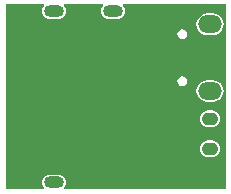
<source format=gbr>
%TF.GenerationSoftware,Altium Limited,Altium Designer,20.1.8 (145)*%
G04 Layer_Physical_Order=1*
G04 Layer_Color=255*
%FSLAX45Y45*%
%MOMM*%
%TF.SameCoordinates,80F20431-A883-4DFF-BABD-8B1F2EDF33A6*%
%TF.FilePolarity,Positive*%
%TF.FileFunction,Copper,L1,Top,Signal*%
%TF.Part,Single*%
G01*
G75*
%TA.AperFunction,ComponentPad*%
%ADD10O,2.00000X1.50000*%
G04:AMPARAMS|DCode=11|XSize=1.1mm|YSize=1.4mm|CornerRadius=0.55mm|HoleSize=0mm|Usage=FLASHONLY|Rotation=270.000|XOffset=0mm|YOffset=0mm|HoleType=Round|Shape=RoundedRectangle|*
%AMROUNDEDRECTD11*
21,1,1.10000,0.30000,0,0,270.0*
21,1,0.00000,1.40000,0,0,270.0*
1,1,1.10000,-0.15000,0.00000*
1,1,1.10000,-0.15000,0.00000*
1,1,1.10000,0.15000,0.00000*
1,1,1.10000,0.15000,0.00000*
%
%ADD11ROUNDEDRECTD11*%
G04:AMPARAMS|DCode=12|XSize=2.25mm|YSize=3.75mm|CornerRadius=1.125mm|HoleSize=0mm|Usage=FLASHONLY|Rotation=180.000|XOffset=0mm|YOffset=0mm|HoleType=Round|Shape=RoundedRectangle|*
%AMROUNDEDRECTD12*
21,1,2.25000,1.50000,0,0,180.0*
21,1,0.00000,3.75000,0,0,180.0*
1,1,2.25000,0.00000,0.75000*
1,1,2.25000,0.00000,0.75000*
1,1,2.25000,0.00000,-0.75000*
1,1,2.25000,0.00000,-0.75000*
%
%ADD12ROUNDEDRECTD12*%
%ADD13O,2.25000X3.75000*%
%ADD14O,1.70000X1.00000*%
%TA.AperFunction,ViaPad*%
%ADD15C,0.61000*%
G36*
X1883167Y16833D02*
X513574D01*
X509372Y26945D01*
X508961Y29533D01*
X518987Y42599D01*
X525561Y58469D01*
X527803Y75500D01*
X525561Y92531D01*
X518987Y108401D01*
X508529Y122029D01*
X494901Y132487D01*
X479031Y139061D01*
X462000Y141303D01*
X392000D01*
X374969Y139061D01*
X359099Y132487D01*
X345470Y122029D01*
X335013Y108401D01*
X328439Y92531D01*
X326197Y75500D01*
X328439Y58469D01*
X335013Y42599D01*
X345038Y29533D01*
X344628Y26945D01*
X340426Y16833D01*
X16833D01*
Y1583167D01*
X339123D01*
X342811Y1576695D01*
X344271Y1570467D01*
X335013Y1558402D01*
X328439Y1542531D01*
X326197Y1525500D01*
X328439Y1508469D01*
X335013Y1492599D01*
X345470Y1478971D01*
X359099Y1468513D01*
X374969Y1461939D01*
X392000Y1459697D01*
X462000D01*
X479031Y1461939D01*
X494901Y1468513D01*
X508529Y1478971D01*
X518987Y1492599D01*
X525561Y1508469D01*
X527803Y1525500D01*
X525561Y1542531D01*
X518987Y1558402D01*
X509729Y1570467D01*
X511189Y1576695D01*
X514877Y1583167D01*
X839123D01*
X842811Y1576695D01*
X844271Y1570467D01*
X835013Y1558402D01*
X828439Y1542531D01*
X826197Y1525500D01*
X828439Y1508469D01*
X835013Y1492599D01*
X845470Y1478971D01*
X859099Y1468513D01*
X874969Y1461939D01*
X892000Y1459697D01*
X962000D01*
X979031Y1461939D01*
X994901Y1468513D01*
X1008529Y1478971D01*
X1018987Y1492599D01*
X1025561Y1508469D01*
X1027803Y1525500D01*
X1025561Y1542531D01*
X1018987Y1558402D01*
X1009729Y1570467D01*
X1011189Y1576695D01*
X1014877Y1583167D01*
X1883167D01*
Y16833D01*
D02*
G37*
%LPC*%
G36*
X1773800Y1506019D02*
X1723800D01*
X1700243Y1502917D01*
X1678291Y1493824D01*
X1659440Y1479360D01*
X1644976Y1460509D01*
X1635883Y1438557D01*
X1632781Y1415000D01*
X1635883Y1391443D01*
X1644976Y1369491D01*
X1659440Y1350640D01*
X1678291Y1336176D01*
X1700243Y1327083D01*
X1723800Y1323981D01*
X1773800D01*
X1797358Y1327083D01*
X1819310Y1336176D01*
X1838160Y1350640D01*
X1852625Y1369491D01*
X1861718Y1391443D01*
X1864819Y1415000D01*
X1861718Y1438557D01*
X1852625Y1460509D01*
X1838160Y1479360D01*
X1819310Y1493824D01*
X1797358Y1502917D01*
X1773800Y1506019D01*
D02*
G37*
G36*
X1513800Y1373028D02*
X1498099Y1369905D01*
X1484789Y1361012D01*
X1475895Y1347701D01*
X1472772Y1332000D01*
X1475895Y1316299D01*
X1484789Y1302989D01*
X1498099Y1294095D01*
X1513800Y1290972D01*
X1529501Y1294095D01*
X1542811Y1302989D01*
X1551705Y1316299D01*
X1554828Y1332000D01*
X1551705Y1347701D01*
X1542811Y1361012D01*
X1529501Y1369905D01*
X1513800Y1373028D01*
D02*
G37*
G36*
Y973028D02*
X1498099Y969905D01*
X1484789Y961011D01*
X1475895Y947701D01*
X1472772Y932000D01*
X1475895Y916299D01*
X1484789Y902989D01*
X1498099Y894095D01*
X1513800Y890972D01*
X1529501Y894095D01*
X1542811Y902989D01*
X1551705Y916299D01*
X1554828Y932000D01*
X1551705Y947701D01*
X1542811Y961011D01*
X1529501Y969905D01*
X1513800Y973028D01*
D02*
G37*
G36*
X1773800Y940019D02*
X1723800D01*
X1700243Y936917D01*
X1678291Y927824D01*
X1659440Y913360D01*
X1644976Y894510D01*
X1635883Y872557D01*
X1632781Y849000D01*
X1635883Y825443D01*
X1644976Y803491D01*
X1659440Y784640D01*
X1678291Y770176D01*
X1700243Y761083D01*
X1723800Y757981D01*
X1773800D01*
X1797358Y761083D01*
X1819310Y770176D01*
X1838160Y784640D01*
X1852625Y803491D01*
X1861718Y825443D01*
X1864819Y849000D01*
X1861718Y872557D01*
X1852625Y894510D01*
X1838160Y913360D01*
X1819310Y927824D01*
X1797358Y936917D01*
X1773800Y940019D01*
D02*
G37*
G36*
X1763800Y685526D02*
X1733800D01*
X1715464Y683112D01*
X1698377Y676034D01*
X1683705Y664776D01*
X1672446Y650103D01*
X1665368Y633016D01*
X1662954Y614680D01*
X1665368Y596344D01*
X1672446Y579257D01*
X1683705Y564584D01*
X1698377Y553326D01*
X1715464Y546248D01*
X1733800Y543834D01*
X1763800D01*
X1782136Y546248D01*
X1799223Y553326D01*
X1813896Y564584D01*
X1825155Y579257D01*
X1832232Y596344D01*
X1834646Y614680D01*
X1832232Y633016D01*
X1825155Y650103D01*
X1813896Y664776D01*
X1799223Y676034D01*
X1782136Y683112D01*
X1763800Y685526D01*
D02*
G37*
G36*
Y431526D02*
X1733800D01*
X1715464Y429112D01*
X1698377Y422034D01*
X1683705Y410776D01*
X1672446Y396103D01*
X1665368Y379016D01*
X1662954Y360680D01*
X1665368Y342344D01*
X1672446Y325257D01*
X1683705Y310584D01*
X1698377Y299326D01*
X1715464Y292248D01*
X1733800Y289834D01*
X1763800D01*
X1782136Y292248D01*
X1799223Y299326D01*
X1813896Y310584D01*
X1825155Y325257D01*
X1832232Y342344D01*
X1834646Y360680D01*
X1832232Y379016D01*
X1825155Y396103D01*
X1813896Y410776D01*
X1799223Y422034D01*
X1782136Y429112D01*
X1763800Y431526D01*
D02*
G37*
%LPD*%
D10*
X1748800Y849000D02*
D03*
Y1415000D02*
D03*
D11*
Y106680D02*
D03*
Y614680D02*
D03*
Y360680D02*
D03*
D12*
X1214500Y775500D02*
D03*
D13*
X139500D02*
D03*
D14*
X427000Y75500D02*
D03*
X927000D02*
D03*
X677000Y1525500D02*
D03*
X427000D02*
D03*
X927000D02*
D03*
D15*
X1181807Y1035220D02*
D03*
X1031233Y609063D02*
D03*
X863926D02*
D03*
Y536463D02*
D03*
X1031233D02*
D03*
X220982Y1292983D02*
D03*
X494816Y955040D02*
D03*
X170144Y1089600D02*
D03*
X246219Y322942D02*
D03*
X1199349Y165040D02*
D03*
X1344294Y449079D02*
D03*
X1703480Y1002000D02*
D03*
X1624656D02*
D03*
X1352243D02*
D03*
X1236980Y1346408D02*
D03*
X1156809Y1285894D02*
D03*
%TF.MD5,85beb6b841364cd345325d7cb3847441*%
M02*

</source>
